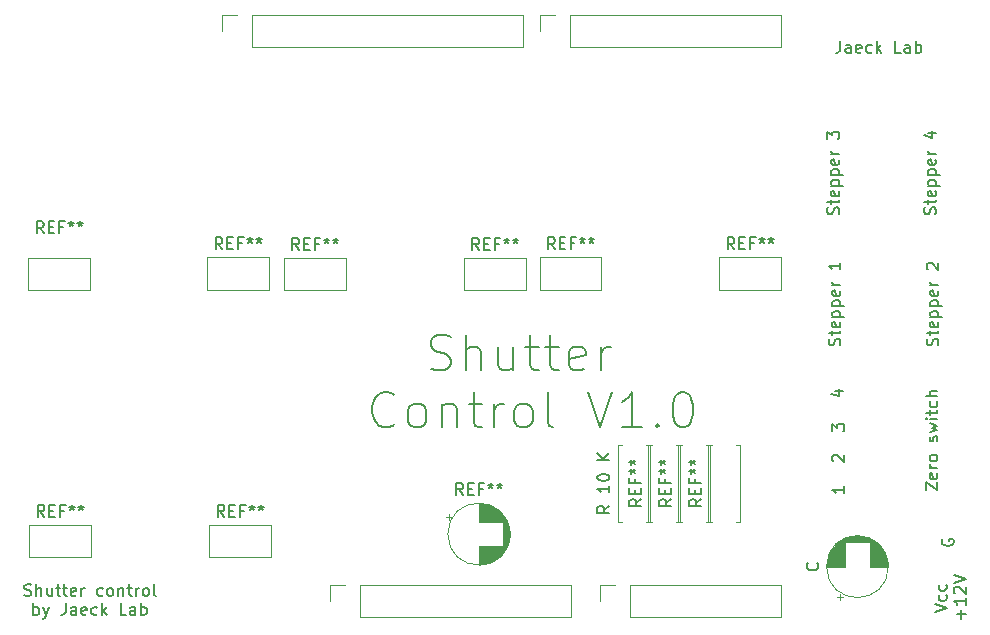
<source format=gbr>
%TF.GenerationSoftware,KiCad,Pcbnew,(6.0.6)*%
%TF.CreationDate,2022-07-08T17:20:42+08:00*%
%TF.ProjectId,Stepper,53746570-7065-4722-9e6b-696361645f70,rev?*%
%TF.SameCoordinates,Original*%
%TF.FileFunction,Legend,Top*%
%TF.FilePolarity,Positive*%
%FSLAX46Y46*%
G04 Gerber Fmt 4.6, Leading zero omitted, Abs format (unit mm)*
G04 Created by KiCad (PCBNEW (6.0.6)) date 2022-07-08 17:20:42*
%MOMM*%
%LPD*%
G01*
G04 APERTURE LIST*
%ADD10C,0.150000*%
%ADD11C,0.120000*%
G04 APERTURE END LIST*
D10*
X100776190Y-96999761D02*
X100919047Y-97047380D01*
X101157142Y-97047380D01*
X101252380Y-96999761D01*
X101300000Y-96952142D01*
X101347619Y-96856904D01*
X101347619Y-96761666D01*
X101300000Y-96666428D01*
X101252380Y-96618809D01*
X101157142Y-96571190D01*
X100966666Y-96523571D01*
X100871428Y-96475952D01*
X100823809Y-96428333D01*
X100776190Y-96333095D01*
X100776190Y-96237857D01*
X100823809Y-96142619D01*
X100871428Y-96095000D01*
X100966666Y-96047380D01*
X101204761Y-96047380D01*
X101347619Y-96095000D01*
X101776190Y-97047380D02*
X101776190Y-96047380D01*
X102204761Y-97047380D02*
X102204761Y-96523571D01*
X102157142Y-96428333D01*
X102061904Y-96380714D01*
X101919047Y-96380714D01*
X101823809Y-96428333D01*
X101776190Y-96475952D01*
X103109523Y-96380714D02*
X103109523Y-97047380D01*
X102680952Y-96380714D02*
X102680952Y-96904523D01*
X102728571Y-96999761D01*
X102823809Y-97047380D01*
X102966666Y-97047380D01*
X103061904Y-96999761D01*
X103109523Y-96952142D01*
X103442857Y-96380714D02*
X103823809Y-96380714D01*
X103585714Y-96047380D02*
X103585714Y-96904523D01*
X103633333Y-96999761D01*
X103728571Y-97047380D01*
X103823809Y-97047380D01*
X104014285Y-96380714D02*
X104395238Y-96380714D01*
X104157142Y-96047380D02*
X104157142Y-96904523D01*
X104204761Y-96999761D01*
X104300000Y-97047380D01*
X104395238Y-97047380D01*
X105109523Y-96999761D02*
X105014285Y-97047380D01*
X104823809Y-97047380D01*
X104728571Y-96999761D01*
X104680952Y-96904523D01*
X104680952Y-96523571D01*
X104728571Y-96428333D01*
X104823809Y-96380714D01*
X105014285Y-96380714D01*
X105109523Y-96428333D01*
X105157142Y-96523571D01*
X105157142Y-96618809D01*
X104680952Y-96714047D01*
X105585714Y-97047380D02*
X105585714Y-96380714D01*
X105585714Y-96571190D02*
X105633333Y-96475952D01*
X105680952Y-96428333D01*
X105776190Y-96380714D01*
X105871428Y-96380714D01*
X107395238Y-96999761D02*
X107300000Y-97047380D01*
X107109523Y-97047380D01*
X107014285Y-96999761D01*
X106966666Y-96952142D01*
X106919047Y-96856904D01*
X106919047Y-96571190D01*
X106966666Y-96475952D01*
X107014285Y-96428333D01*
X107109523Y-96380714D01*
X107300000Y-96380714D01*
X107395238Y-96428333D01*
X107966666Y-97047380D02*
X107871428Y-96999761D01*
X107823809Y-96952142D01*
X107776190Y-96856904D01*
X107776190Y-96571190D01*
X107823809Y-96475952D01*
X107871428Y-96428333D01*
X107966666Y-96380714D01*
X108109523Y-96380714D01*
X108204761Y-96428333D01*
X108252380Y-96475952D01*
X108300000Y-96571190D01*
X108300000Y-96856904D01*
X108252380Y-96952142D01*
X108204761Y-96999761D01*
X108109523Y-97047380D01*
X107966666Y-97047380D01*
X108728571Y-96380714D02*
X108728571Y-97047380D01*
X108728571Y-96475952D02*
X108776190Y-96428333D01*
X108871428Y-96380714D01*
X109014285Y-96380714D01*
X109109523Y-96428333D01*
X109157142Y-96523571D01*
X109157142Y-97047380D01*
X109490476Y-96380714D02*
X109871428Y-96380714D01*
X109633333Y-96047380D02*
X109633333Y-96904523D01*
X109680952Y-96999761D01*
X109776190Y-97047380D01*
X109871428Y-97047380D01*
X110204761Y-97047380D02*
X110204761Y-96380714D01*
X110204761Y-96571190D02*
X110252380Y-96475952D01*
X110300000Y-96428333D01*
X110395238Y-96380714D01*
X110490476Y-96380714D01*
X110966666Y-97047380D02*
X110871428Y-96999761D01*
X110823809Y-96952142D01*
X110776190Y-96856904D01*
X110776190Y-96571190D01*
X110823809Y-96475952D01*
X110871428Y-96428333D01*
X110966666Y-96380714D01*
X111109523Y-96380714D01*
X111204761Y-96428333D01*
X111252380Y-96475952D01*
X111300000Y-96571190D01*
X111300000Y-96856904D01*
X111252380Y-96952142D01*
X111204761Y-96999761D01*
X111109523Y-97047380D01*
X110966666Y-97047380D01*
X111871428Y-97047380D02*
X111776190Y-96999761D01*
X111728571Y-96904523D01*
X111728571Y-96047380D01*
X101538095Y-98657380D02*
X101538095Y-97657380D01*
X101538095Y-98038333D02*
X101633333Y-97990714D01*
X101823809Y-97990714D01*
X101919047Y-98038333D01*
X101966666Y-98085952D01*
X102014285Y-98181190D01*
X102014285Y-98466904D01*
X101966666Y-98562142D01*
X101919047Y-98609761D01*
X101823809Y-98657380D01*
X101633333Y-98657380D01*
X101538095Y-98609761D01*
X102347619Y-97990714D02*
X102585714Y-98657380D01*
X102823809Y-97990714D02*
X102585714Y-98657380D01*
X102490476Y-98895476D01*
X102442857Y-98943095D01*
X102347619Y-98990714D01*
X104252380Y-97657380D02*
X104252380Y-98371666D01*
X104204761Y-98514523D01*
X104109523Y-98609761D01*
X103966666Y-98657380D01*
X103871428Y-98657380D01*
X105157142Y-98657380D02*
X105157142Y-98133571D01*
X105109523Y-98038333D01*
X105014285Y-97990714D01*
X104823809Y-97990714D01*
X104728571Y-98038333D01*
X105157142Y-98609761D02*
X105061904Y-98657380D01*
X104823809Y-98657380D01*
X104728571Y-98609761D01*
X104680952Y-98514523D01*
X104680952Y-98419285D01*
X104728571Y-98324047D01*
X104823809Y-98276428D01*
X105061904Y-98276428D01*
X105157142Y-98228809D01*
X106014285Y-98609761D02*
X105919047Y-98657380D01*
X105728571Y-98657380D01*
X105633333Y-98609761D01*
X105585714Y-98514523D01*
X105585714Y-98133571D01*
X105633333Y-98038333D01*
X105728571Y-97990714D01*
X105919047Y-97990714D01*
X106014285Y-98038333D01*
X106061904Y-98133571D01*
X106061904Y-98228809D01*
X105585714Y-98324047D01*
X106919047Y-98609761D02*
X106823809Y-98657380D01*
X106633333Y-98657380D01*
X106538095Y-98609761D01*
X106490476Y-98562142D01*
X106442857Y-98466904D01*
X106442857Y-98181190D01*
X106490476Y-98085952D01*
X106538095Y-98038333D01*
X106633333Y-97990714D01*
X106823809Y-97990714D01*
X106919047Y-98038333D01*
X107347619Y-98657380D02*
X107347619Y-97657380D01*
X107442857Y-98276428D02*
X107728571Y-98657380D01*
X107728571Y-97990714D02*
X107347619Y-98371666D01*
X109395238Y-98657380D02*
X108919047Y-98657380D01*
X108919047Y-97657380D01*
X110157142Y-98657380D02*
X110157142Y-98133571D01*
X110109523Y-98038333D01*
X110014285Y-97990714D01*
X109823809Y-97990714D01*
X109728571Y-98038333D01*
X110157142Y-98609761D02*
X110061904Y-98657380D01*
X109823809Y-98657380D01*
X109728571Y-98609761D01*
X109680952Y-98514523D01*
X109680952Y-98419285D01*
X109728571Y-98324047D01*
X109823809Y-98276428D01*
X110061904Y-98276428D01*
X110157142Y-98228809D01*
X110633333Y-98657380D02*
X110633333Y-97657380D01*
X110633333Y-98038333D02*
X110728571Y-97990714D01*
X110919047Y-97990714D01*
X111014285Y-98038333D01*
X111061904Y-98085952D01*
X111109523Y-98181190D01*
X111109523Y-98466904D01*
X111061904Y-98562142D01*
X111014285Y-98609761D01*
X110919047Y-98657380D01*
X110728571Y-98657380D01*
X110633333Y-98609761D01*
X135157142Y-77799285D02*
X135585714Y-77942142D01*
X136300000Y-77942142D01*
X136585714Y-77799285D01*
X136728571Y-77656428D01*
X136871428Y-77370714D01*
X136871428Y-77085000D01*
X136728571Y-76799285D01*
X136585714Y-76656428D01*
X136300000Y-76513571D01*
X135728571Y-76370714D01*
X135442857Y-76227857D01*
X135300000Y-76085000D01*
X135157142Y-75799285D01*
X135157142Y-75513571D01*
X135300000Y-75227857D01*
X135442857Y-75085000D01*
X135728571Y-74942142D01*
X136442857Y-74942142D01*
X136871428Y-75085000D01*
X138157142Y-77942142D02*
X138157142Y-74942142D01*
X139442857Y-77942142D02*
X139442857Y-76370714D01*
X139300000Y-76085000D01*
X139014285Y-75942142D01*
X138585714Y-75942142D01*
X138300000Y-76085000D01*
X138157142Y-76227857D01*
X142157142Y-75942142D02*
X142157142Y-77942142D01*
X140871428Y-75942142D02*
X140871428Y-77513571D01*
X141014285Y-77799285D01*
X141300000Y-77942142D01*
X141728571Y-77942142D01*
X142014285Y-77799285D01*
X142157142Y-77656428D01*
X143157142Y-75942142D02*
X144300000Y-75942142D01*
X143585714Y-74942142D02*
X143585714Y-77513571D01*
X143728571Y-77799285D01*
X144014285Y-77942142D01*
X144300000Y-77942142D01*
X144871428Y-75942142D02*
X146014285Y-75942142D01*
X145300000Y-74942142D02*
X145300000Y-77513571D01*
X145442857Y-77799285D01*
X145728571Y-77942142D01*
X146014285Y-77942142D01*
X148157142Y-77799285D02*
X147871428Y-77942142D01*
X147300000Y-77942142D01*
X147014285Y-77799285D01*
X146871428Y-77513571D01*
X146871428Y-76370714D01*
X147014285Y-76085000D01*
X147300000Y-75942142D01*
X147871428Y-75942142D01*
X148157142Y-76085000D01*
X148300000Y-76370714D01*
X148300000Y-76656428D01*
X146871428Y-76942142D01*
X149585714Y-77942142D02*
X149585714Y-75942142D01*
X149585714Y-76513571D02*
X149728571Y-76227857D01*
X149871428Y-76085000D01*
X150157142Y-75942142D01*
X150442857Y-75942142D01*
X132085714Y-82486428D02*
X131942857Y-82629285D01*
X131514285Y-82772142D01*
X131228571Y-82772142D01*
X130800000Y-82629285D01*
X130514285Y-82343571D01*
X130371428Y-82057857D01*
X130228571Y-81486428D01*
X130228571Y-81057857D01*
X130371428Y-80486428D01*
X130514285Y-80200714D01*
X130800000Y-79915000D01*
X131228571Y-79772142D01*
X131514285Y-79772142D01*
X131942857Y-79915000D01*
X132085714Y-80057857D01*
X133800000Y-82772142D02*
X133514285Y-82629285D01*
X133371428Y-82486428D01*
X133228571Y-82200714D01*
X133228571Y-81343571D01*
X133371428Y-81057857D01*
X133514285Y-80915000D01*
X133800000Y-80772142D01*
X134228571Y-80772142D01*
X134514285Y-80915000D01*
X134657142Y-81057857D01*
X134800000Y-81343571D01*
X134800000Y-82200714D01*
X134657142Y-82486428D01*
X134514285Y-82629285D01*
X134228571Y-82772142D01*
X133800000Y-82772142D01*
X136085714Y-80772142D02*
X136085714Y-82772142D01*
X136085714Y-81057857D02*
X136228571Y-80915000D01*
X136514285Y-80772142D01*
X136942857Y-80772142D01*
X137228571Y-80915000D01*
X137371428Y-81200714D01*
X137371428Y-82772142D01*
X138371428Y-80772142D02*
X139514285Y-80772142D01*
X138800000Y-79772142D02*
X138800000Y-82343571D01*
X138942857Y-82629285D01*
X139228571Y-82772142D01*
X139514285Y-82772142D01*
X140514285Y-82772142D02*
X140514285Y-80772142D01*
X140514285Y-81343571D02*
X140657142Y-81057857D01*
X140800000Y-80915000D01*
X141085714Y-80772142D01*
X141371428Y-80772142D01*
X142800000Y-82772142D02*
X142514285Y-82629285D01*
X142371428Y-82486428D01*
X142228571Y-82200714D01*
X142228571Y-81343571D01*
X142371428Y-81057857D01*
X142514285Y-80915000D01*
X142800000Y-80772142D01*
X143228571Y-80772142D01*
X143514285Y-80915000D01*
X143657142Y-81057857D01*
X143800000Y-81343571D01*
X143800000Y-82200714D01*
X143657142Y-82486428D01*
X143514285Y-82629285D01*
X143228571Y-82772142D01*
X142800000Y-82772142D01*
X145514285Y-82772142D02*
X145228571Y-82629285D01*
X145085714Y-82343571D01*
X145085714Y-79772142D01*
X148514285Y-79772142D02*
X149514285Y-82772142D01*
X150514285Y-79772142D01*
X153085714Y-82772142D02*
X151371428Y-82772142D01*
X152228571Y-82772142D02*
X152228571Y-79772142D01*
X151942857Y-80200714D01*
X151657142Y-80486428D01*
X151371428Y-80629285D01*
X154371428Y-82486428D02*
X154514285Y-82629285D01*
X154371428Y-82772142D01*
X154228571Y-82629285D01*
X154371428Y-82486428D01*
X154371428Y-82772142D01*
X156371428Y-79772142D02*
X156657142Y-79772142D01*
X156942857Y-79915000D01*
X157085714Y-80057857D01*
X157228571Y-80343571D01*
X157371428Y-80915000D01*
X157371428Y-81629285D01*
X157228571Y-82200714D01*
X157085714Y-82486428D01*
X156942857Y-82629285D01*
X156657142Y-82772142D01*
X156371428Y-82772142D01*
X156085714Y-82629285D01*
X155942857Y-82486428D01*
X155800000Y-82200714D01*
X155657142Y-81629285D01*
X155657142Y-80915000D01*
X155800000Y-80343571D01*
X155942857Y-80057857D01*
X156085714Y-79915000D01*
X156371428Y-79772142D01*
X177072380Y-88098095D02*
X177072380Y-87431428D01*
X178072380Y-88098095D01*
X178072380Y-87431428D01*
X178024761Y-86669523D02*
X178072380Y-86764761D01*
X178072380Y-86955238D01*
X178024761Y-87050476D01*
X177929523Y-87098095D01*
X177548571Y-87098095D01*
X177453333Y-87050476D01*
X177405714Y-86955238D01*
X177405714Y-86764761D01*
X177453333Y-86669523D01*
X177548571Y-86621904D01*
X177643809Y-86621904D01*
X177739047Y-87098095D01*
X178072380Y-86193333D02*
X177405714Y-86193333D01*
X177596190Y-86193333D02*
X177500952Y-86145714D01*
X177453333Y-86098095D01*
X177405714Y-86002857D01*
X177405714Y-85907619D01*
X178072380Y-85431428D02*
X178024761Y-85526666D01*
X177977142Y-85574285D01*
X177881904Y-85621904D01*
X177596190Y-85621904D01*
X177500952Y-85574285D01*
X177453333Y-85526666D01*
X177405714Y-85431428D01*
X177405714Y-85288571D01*
X177453333Y-85193333D01*
X177500952Y-85145714D01*
X177596190Y-85098095D01*
X177881904Y-85098095D01*
X177977142Y-85145714D01*
X178024761Y-85193333D01*
X178072380Y-85288571D01*
X178072380Y-85431428D01*
X178024761Y-83955238D02*
X178072380Y-83860000D01*
X178072380Y-83669523D01*
X178024761Y-83574285D01*
X177929523Y-83526666D01*
X177881904Y-83526666D01*
X177786666Y-83574285D01*
X177739047Y-83669523D01*
X177739047Y-83812380D01*
X177691428Y-83907619D01*
X177596190Y-83955238D01*
X177548571Y-83955238D01*
X177453333Y-83907619D01*
X177405714Y-83812380D01*
X177405714Y-83669523D01*
X177453333Y-83574285D01*
X177405714Y-83193333D02*
X178072380Y-83002857D01*
X177596190Y-82812380D01*
X178072380Y-82621904D01*
X177405714Y-82431428D01*
X178072380Y-82050476D02*
X177405714Y-82050476D01*
X177072380Y-82050476D02*
X177120000Y-82098095D01*
X177167619Y-82050476D01*
X177120000Y-82002857D01*
X177072380Y-82050476D01*
X177167619Y-82050476D01*
X177405714Y-81717142D02*
X177405714Y-81336190D01*
X177072380Y-81574285D02*
X177929523Y-81574285D01*
X178024761Y-81526666D01*
X178072380Y-81431428D01*
X178072380Y-81336190D01*
X178024761Y-80574285D02*
X178072380Y-80669523D01*
X178072380Y-80860000D01*
X178024761Y-80955238D01*
X177977142Y-81002857D01*
X177881904Y-81050476D01*
X177596190Y-81050476D01*
X177500952Y-81002857D01*
X177453333Y-80955238D01*
X177405714Y-80860000D01*
X177405714Y-80669523D01*
X177453333Y-80574285D01*
X178072380Y-80145714D02*
X177072380Y-80145714D01*
X178072380Y-79717142D02*
X177548571Y-79717142D01*
X177453333Y-79764761D01*
X177405714Y-79860000D01*
X177405714Y-80002857D01*
X177453333Y-80098095D01*
X177500952Y-80145714D01*
X170172380Y-87774285D02*
X170172380Y-88345714D01*
X170172380Y-88060000D02*
X169172380Y-88060000D01*
X169315238Y-88155238D01*
X169410476Y-88250476D01*
X169458095Y-88345714D01*
X169838095Y-50052380D02*
X169838095Y-50766666D01*
X169790476Y-50909523D01*
X169695238Y-51004761D01*
X169552380Y-51052380D01*
X169457142Y-51052380D01*
X170742857Y-51052380D02*
X170742857Y-50528571D01*
X170695238Y-50433333D01*
X170600000Y-50385714D01*
X170409523Y-50385714D01*
X170314285Y-50433333D01*
X170742857Y-51004761D02*
X170647619Y-51052380D01*
X170409523Y-51052380D01*
X170314285Y-51004761D01*
X170266666Y-50909523D01*
X170266666Y-50814285D01*
X170314285Y-50719047D01*
X170409523Y-50671428D01*
X170647619Y-50671428D01*
X170742857Y-50623809D01*
X171600000Y-51004761D02*
X171504761Y-51052380D01*
X171314285Y-51052380D01*
X171219047Y-51004761D01*
X171171428Y-50909523D01*
X171171428Y-50528571D01*
X171219047Y-50433333D01*
X171314285Y-50385714D01*
X171504761Y-50385714D01*
X171600000Y-50433333D01*
X171647619Y-50528571D01*
X171647619Y-50623809D01*
X171171428Y-50719047D01*
X172504761Y-51004761D02*
X172409523Y-51052380D01*
X172219047Y-51052380D01*
X172123809Y-51004761D01*
X172076190Y-50957142D01*
X172028571Y-50861904D01*
X172028571Y-50576190D01*
X172076190Y-50480952D01*
X172123809Y-50433333D01*
X172219047Y-50385714D01*
X172409523Y-50385714D01*
X172504761Y-50433333D01*
X172933333Y-51052380D02*
X172933333Y-50052380D01*
X173028571Y-50671428D02*
X173314285Y-51052380D01*
X173314285Y-50385714D02*
X172933333Y-50766666D01*
X174980952Y-51052380D02*
X174504761Y-51052380D01*
X174504761Y-50052380D01*
X175742857Y-51052380D02*
X175742857Y-50528571D01*
X175695238Y-50433333D01*
X175600000Y-50385714D01*
X175409523Y-50385714D01*
X175314285Y-50433333D01*
X175742857Y-51004761D02*
X175647619Y-51052380D01*
X175409523Y-51052380D01*
X175314285Y-51004761D01*
X175266666Y-50909523D01*
X175266666Y-50814285D01*
X175314285Y-50719047D01*
X175409523Y-50671428D01*
X175647619Y-50671428D01*
X175742857Y-50623809D01*
X176219047Y-51052380D02*
X176219047Y-50052380D01*
X176219047Y-50433333D02*
X176314285Y-50385714D01*
X176504761Y-50385714D01*
X176600000Y-50433333D01*
X176647619Y-50480952D01*
X176695238Y-50576190D01*
X176695238Y-50861904D01*
X176647619Y-50957142D01*
X176600000Y-51004761D01*
X176504761Y-51052380D01*
X176314285Y-51052380D01*
X176219047Y-51004761D01*
X169405714Y-79669523D02*
X170072380Y-79669523D01*
X169024761Y-79907619D02*
X169739047Y-80145714D01*
X169739047Y-79526666D01*
X177847380Y-98390476D02*
X178847380Y-98057142D01*
X177847380Y-97723809D01*
X178799761Y-96961904D02*
X178847380Y-97057142D01*
X178847380Y-97247619D01*
X178799761Y-97342857D01*
X178752142Y-97390476D01*
X178656904Y-97438095D01*
X178371190Y-97438095D01*
X178275952Y-97390476D01*
X178228333Y-97342857D01*
X178180714Y-97247619D01*
X178180714Y-97057142D01*
X178228333Y-96961904D01*
X178799761Y-96104761D02*
X178847380Y-96200000D01*
X178847380Y-96390476D01*
X178799761Y-96485714D01*
X178752142Y-96533333D01*
X178656904Y-96580952D01*
X178371190Y-96580952D01*
X178275952Y-96533333D01*
X178228333Y-96485714D01*
X178180714Y-96390476D01*
X178180714Y-96200000D01*
X178228333Y-96104761D01*
X180076428Y-98961904D02*
X180076428Y-98200000D01*
X180457380Y-98580952D02*
X179695476Y-98580952D01*
X180457380Y-97200000D02*
X180457380Y-97771428D01*
X180457380Y-97485714D02*
X179457380Y-97485714D01*
X179600238Y-97580952D01*
X179695476Y-97676190D01*
X179743095Y-97771428D01*
X179552619Y-96819047D02*
X179505000Y-96771428D01*
X179457380Y-96676190D01*
X179457380Y-96438095D01*
X179505000Y-96342857D01*
X179552619Y-96295238D01*
X179647857Y-96247619D01*
X179743095Y-96247619D01*
X179885952Y-96295238D01*
X180457380Y-96866666D01*
X180457380Y-96247619D01*
X179457380Y-95961904D02*
X180457380Y-95628571D01*
X179457380Y-95295238D01*
X169704761Y-64720000D02*
X169752380Y-64577142D01*
X169752380Y-64339047D01*
X169704761Y-64243809D01*
X169657142Y-64196190D01*
X169561904Y-64148571D01*
X169466666Y-64148571D01*
X169371428Y-64196190D01*
X169323809Y-64243809D01*
X169276190Y-64339047D01*
X169228571Y-64529523D01*
X169180952Y-64624761D01*
X169133333Y-64672380D01*
X169038095Y-64720000D01*
X168942857Y-64720000D01*
X168847619Y-64672380D01*
X168800000Y-64624761D01*
X168752380Y-64529523D01*
X168752380Y-64291428D01*
X168800000Y-64148571D01*
X169085714Y-63862857D02*
X169085714Y-63481904D01*
X168752380Y-63720000D02*
X169609523Y-63720000D01*
X169704761Y-63672380D01*
X169752380Y-63577142D01*
X169752380Y-63481904D01*
X169704761Y-62767619D02*
X169752380Y-62862857D01*
X169752380Y-63053333D01*
X169704761Y-63148571D01*
X169609523Y-63196190D01*
X169228571Y-63196190D01*
X169133333Y-63148571D01*
X169085714Y-63053333D01*
X169085714Y-62862857D01*
X169133333Y-62767619D01*
X169228571Y-62720000D01*
X169323809Y-62720000D01*
X169419047Y-63196190D01*
X169085714Y-62291428D02*
X170085714Y-62291428D01*
X169133333Y-62291428D02*
X169085714Y-62196190D01*
X169085714Y-62005714D01*
X169133333Y-61910476D01*
X169180952Y-61862857D01*
X169276190Y-61815238D01*
X169561904Y-61815238D01*
X169657142Y-61862857D01*
X169704761Y-61910476D01*
X169752380Y-62005714D01*
X169752380Y-62196190D01*
X169704761Y-62291428D01*
X169085714Y-61386666D02*
X170085714Y-61386666D01*
X169133333Y-61386666D02*
X169085714Y-61291428D01*
X169085714Y-61100952D01*
X169133333Y-61005714D01*
X169180952Y-60958095D01*
X169276190Y-60910476D01*
X169561904Y-60910476D01*
X169657142Y-60958095D01*
X169704761Y-61005714D01*
X169752380Y-61100952D01*
X169752380Y-61291428D01*
X169704761Y-61386666D01*
X169704761Y-60100952D02*
X169752380Y-60196190D01*
X169752380Y-60386666D01*
X169704761Y-60481904D01*
X169609523Y-60529523D01*
X169228571Y-60529523D01*
X169133333Y-60481904D01*
X169085714Y-60386666D01*
X169085714Y-60196190D01*
X169133333Y-60100952D01*
X169228571Y-60053333D01*
X169323809Y-60053333D01*
X169419047Y-60529523D01*
X169752380Y-59624761D02*
X169085714Y-59624761D01*
X169276190Y-59624761D02*
X169180952Y-59577142D01*
X169133333Y-59529523D01*
X169085714Y-59434285D01*
X169085714Y-59339047D01*
X168752380Y-58339047D02*
X168752380Y-57720000D01*
X169133333Y-58053333D01*
X169133333Y-57910476D01*
X169180952Y-57815238D01*
X169228571Y-57767619D01*
X169323809Y-57720000D01*
X169561904Y-57720000D01*
X169657142Y-57767619D01*
X169704761Y-57815238D01*
X169752380Y-57910476D01*
X169752380Y-58196190D01*
X169704761Y-58291428D01*
X169657142Y-58339047D01*
X178104761Y-75820000D02*
X178152380Y-75677142D01*
X178152380Y-75439047D01*
X178104761Y-75343809D01*
X178057142Y-75296190D01*
X177961904Y-75248571D01*
X177866666Y-75248571D01*
X177771428Y-75296190D01*
X177723809Y-75343809D01*
X177676190Y-75439047D01*
X177628571Y-75629523D01*
X177580952Y-75724761D01*
X177533333Y-75772380D01*
X177438095Y-75820000D01*
X177342857Y-75820000D01*
X177247619Y-75772380D01*
X177200000Y-75724761D01*
X177152380Y-75629523D01*
X177152380Y-75391428D01*
X177200000Y-75248571D01*
X177485714Y-74962857D02*
X177485714Y-74581904D01*
X177152380Y-74820000D02*
X178009523Y-74820000D01*
X178104761Y-74772380D01*
X178152380Y-74677142D01*
X178152380Y-74581904D01*
X178104761Y-73867619D02*
X178152380Y-73962857D01*
X178152380Y-74153333D01*
X178104761Y-74248571D01*
X178009523Y-74296190D01*
X177628571Y-74296190D01*
X177533333Y-74248571D01*
X177485714Y-74153333D01*
X177485714Y-73962857D01*
X177533333Y-73867619D01*
X177628571Y-73820000D01*
X177723809Y-73820000D01*
X177819047Y-74296190D01*
X177485714Y-73391428D02*
X178485714Y-73391428D01*
X177533333Y-73391428D02*
X177485714Y-73296190D01*
X177485714Y-73105714D01*
X177533333Y-73010476D01*
X177580952Y-72962857D01*
X177676190Y-72915238D01*
X177961904Y-72915238D01*
X178057142Y-72962857D01*
X178104761Y-73010476D01*
X178152380Y-73105714D01*
X178152380Y-73296190D01*
X178104761Y-73391428D01*
X177485714Y-72486666D02*
X178485714Y-72486666D01*
X177533333Y-72486666D02*
X177485714Y-72391428D01*
X177485714Y-72200952D01*
X177533333Y-72105714D01*
X177580952Y-72058095D01*
X177676190Y-72010476D01*
X177961904Y-72010476D01*
X178057142Y-72058095D01*
X178104761Y-72105714D01*
X178152380Y-72200952D01*
X178152380Y-72391428D01*
X178104761Y-72486666D01*
X178104761Y-71200952D02*
X178152380Y-71296190D01*
X178152380Y-71486666D01*
X178104761Y-71581904D01*
X178009523Y-71629523D01*
X177628571Y-71629523D01*
X177533333Y-71581904D01*
X177485714Y-71486666D01*
X177485714Y-71296190D01*
X177533333Y-71200952D01*
X177628571Y-71153333D01*
X177723809Y-71153333D01*
X177819047Y-71629523D01*
X178152380Y-70724761D02*
X177485714Y-70724761D01*
X177676190Y-70724761D02*
X177580952Y-70677142D01*
X177533333Y-70629523D01*
X177485714Y-70534285D01*
X177485714Y-70439047D01*
X177247619Y-69391428D02*
X177200000Y-69343809D01*
X177152380Y-69248571D01*
X177152380Y-69010476D01*
X177200000Y-68915238D01*
X177247619Y-68867619D01*
X177342857Y-68820000D01*
X177438095Y-68820000D01*
X177580952Y-68867619D01*
X178152380Y-69439047D01*
X178152380Y-68820000D01*
X169267619Y-85645714D02*
X169220000Y-85598095D01*
X169172380Y-85502857D01*
X169172380Y-85264761D01*
X169220000Y-85169523D01*
X169267619Y-85121904D01*
X169362857Y-85074285D01*
X169458095Y-85074285D01*
X169600952Y-85121904D01*
X170172380Y-85693333D01*
X170172380Y-85074285D01*
X177904761Y-64720000D02*
X177952380Y-64577142D01*
X177952380Y-64339047D01*
X177904761Y-64243809D01*
X177857142Y-64196190D01*
X177761904Y-64148571D01*
X177666666Y-64148571D01*
X177571428Y-64196190D01*
X177523809Y-64243809D01*
X177476190Y-64339047D01*
X177428571Y-64529523D01*
X177380952Y-64624761D01*
X177333333Y-64672380D01*
X177238095Y-64720000D01*
X177142857Y-64720000D01*
X177047619Y-64672380D01*
X177000000Y-64624761D01*
X176952380Y-64529523D01*
X176952380Y-64291428D01*
X177000000Y-64148571D01*
X177285714Y-63862857D02*
X177285714Y-63481904D01*
X176952380Y-63720000D02*
X177809523Y-63720000D01*
X177904761Y-63672380D01*
X177952380Y-63577142D01*
X177952380Y-63481904D01*
X177904761Y-62767619D02*
X177952380Y-62862857D01*
X177952380Y-63053333D01*
X177904761Y-63148571D01*
X177809523Y-63196190D01*
X177428571Y-63196190D01*
X177333333Y-63148571D01*
X177285714Y-63053333D01*
X177285714Y-62862857D01*
X177333333Y-62767619D01*
X177428571Y-62720000D01*
X177523809Y-62720000D01*
X177619047Y-63196190D01*
X177285714Y-62291428D02*
X178285714Y-62291428D01*
X177333333Y-62291428D02*
X177285714Y-62196190D01*
X177285714Y-62005714D01*
X177333333Y-61910476D01*
X177380952Y-61862857D01*
X177476190Y-61815238D01*
X177761904Y-61815238D01*
X177857142Y-61862857D01*
X177904761Y-61910476D01*
X177952380Y-62005714D01*
X177952380Y-62196190D01*
X177904761Y-62291428D01*
X177285714Y-61386666D02*
X178285714Y-61386666D01*
X177333333Y-61386666D02*
X177285714Y-61291428D01*
X177285714Y-61100952D01*
X177333333Y-61005714D01*
X177380952Y-60958095D01*
X177476190Y-60910476D01*
X177761904Y-60910476D01*
X177857142Y-60958095D01*
X177904761Y-61005714D01*
X177952380Y-61100952D01*
X177952380Y-61291428D01*
X177904761Y-61386666D01*
X177904761Y-60100952D02*
X177952380Y-60196190D01*
X177952380Y-60386666D01*
X177904761Y-60481904D01*
X177809523Y-60529523D01*
X177428571Y-60529523D01*
X177333333Y-60481904D01*
X177285714Y-60386666D01*
X177285714Y-60196190D01*
X177333333Y-60100952D01*
X177428571Y-60053333D01*
X177523809Y-60053333D01*
X177619047Y-60529523D01*
X177952380Y-59624761D02*
X177285714Y-59624761D01*
X177476190Y-59624761D02*
X177380952Y-59577142D01*
X177333333Y-59529523D01*
X177285714Y-59434285D01*
X177285714Y-59339047D01*
X177285714Y-57815238D02*
X177952380Y-57815238D01*
X176904761Y-58053333D02*
X177619047Y-58291428D01*
X177619047Y-57672380D01*
X169172380Y-83093333D02*
X169172380Y-82474285D01*
X169553333Y-82807619D01*
X169553333Y-82664761D01*
X169600952Y-82569523D01*
X169648571Y-82521904D01*
X169743809Y-82474285D01*
X169981904Y-82474285D01*
X170077142Y-82521904D01*
X170124761Y-82569523D01*
X170172380Y-82664761D01*
X170172380Y-82950476D01*
X170124761Y-83045714D01*
X170077142Y-83093333D01*
X169804761Y-75820000D02*
X169852380Y-75677142D01*
X169852380Y-75439047D01*
X169804761Y-75343809D01*
X169757142Y-75296190D01*
X169661904Y-75248571D01*
X169566666Y-75248571D01*
X169471428Y-75296190D01*
X169423809Y-75343809D01*
X169376190Y-75439047D01*
X169328571Y-75629523D01*
X169280952Y-75724761D01*
X169233333Y-75772380D01*
X169138095Y-75820000D01*
X169042857Y-75820000D01*
X168947619Y-75772380D01*
X168900000Y-75724761D01*
X168852380Y-75629523D01*
X168852380Y-75391428D01*
X168900000Y-75248571D01*
X169185714Y-74962857D02*
X169185714Y-74581904D01*
X168852380Y-74820000D02*
X169709523Y-74820000D01*
X169804761Y-74772380D01*
X169852380Y-74677142D01*
X169852380Y-74581904D01*
X169804761Y-73867619D02*
X169852380Y-73962857D01*
X169852380Y-74153333D01*
X169804761Y-74248571D01*
X169709523Y-74296190D01*
X169328571Y-74296190D01*
X169233333Y-74248571D01*
X169185714Y-74153333D01*
X169185714Y-73962857D01*
X169233333Y-73867619D01*
X169328571Y-73820000D01*
X169423809Y-73820000D01*
X169519047Y-74296190D01*
X169185714Y-73391428D02*
X170185714Y-73391428D01*
X169233333Y-73391428D02*
X169185714Y-73296190D01*
X169185714Y-73105714D01*
X169233333Y-73010476D01*
X169280952Y-72962857D01*
X169376190Y-72915238D01*
X169661904Y-72915238D01*
X169757142Y-72962857D01*
X169804761Y-73010476D01*
X169852380Y-73105714D01*
X169852380Y-73296190D01*
X169804761Y-73391428D01*
X169185714Y-72486666D02*
X170185714Y-72486666D01*
X169233333Y-72486666D02*
X169185714Y-72391428D01*
X169185714Y-72200952D01*
X169233333Y-72105714D01*
X169280952Y-72058095D01*
X169376190Y-72010476D01*
X169661904Y-72010476D01*
X169757142Y-72058095D01*
X169804761Y-72105714D01*
X169852380Y-72200952D01*
X169852380Y-72391428D01*
X169804761Y-72486666D01*
X169804761Y-71200952D02*
X169852380Y-71296190D01*
X169852380Y-71486666D01*
X169804761Y-71581904D01*
X169709523Y-71629523D01*
X169328571Y-71629523D01*
X169233333Y-71581904D01*
X169185714Y-71486666D01*
X169185714Y-71296190D01*
X169233333Y-71200952D01*
X169328571Y-71153333D01*
X169423809Y-71153333D01*
X169519047Y-71629523D01*
X169852380Y-70724761D02*
X169185714Y-70724761D01*
X169376190Y-70724761D02*
X169280952Y-70677142D01*
X169233333Y-70629523D01*
X169185714Y-70534285D01*
X169185714Y-70439047D01*
X169852380Y-68820000D02*
X169852380Y-69391428D01*
X169852380Y-69105714D02*
X168852380Y-69105714D01*
X168995238Y-69200952D01*
X169090476Y-69296190D01*
X169138095Y-69391428D01*
X178500000Y-92238095D02*
X178452380Y-92333333D01*
X178452380Y-92476190D01*
X178500000Y-92619047D01*
X178595238Y-92714285D01*
X178690476Y-92761904D01*
X178880952Y-92809523D01*
X179023809Y-92809523D01*
X179214285Y-92761904D01*
X179309523Y-92714285D01*
X179404761Y-92619047D01*
X179452380Y-92476190D01*
X179452380Y-92380952D01*
X179404761Y-92238095D01*
X179357142Y-92190476D01*
X179023809Y-92190476D01*
X179023809Y-92380952D01*
%TO.C,*%
%TO.C,REF\u002A\u002A*%
X139266666Y-67752380D02*
X138933333Y-67276190D01*
X138695238Y-67752380D02*
X138695238Y-66752380D01*
X139076190Y-66752380D01*
X139171428Y-66800000D01*
X139219047Y-66847619D01*
X139266666Y-66942857D01*
X139266666Y-67085714D01*
X139219047Y-67180952D01*
X139171428Y-67228571D01*
X139076190Y-67276190D01*
X138695238Y-67276190D01*
X139695238Y-67228571D02*
X140028571Y-67228571D01*
X140171428Y-67752380D02*
X139695238Y-67752380D01*
X139695238Y-66752380D01*
X140171428Y-66752380D01*
X140933333Y-67228571D02*
X140600000Y-67228571D01*
X140600000Y-67752380D02*
X140600000Y-66752380D01*
X141076190Y-66752380D01*
X141600000Y-66752380D02*
X141600000Y-66990476D01*
X141361904Y-66895238D02*
X141600000Y-66990476D01*
X141838095Y-66895238D01*
X141457142Y-67180952D02*
X141600000Y-66990476D01*
X141742857Y-67180952D01*
X142361904Y-66752380D02*
X142361904Y-66990476D01*
X142123809Y-66895238D02*
X142361904Y-66990476D01*
X142600000Y-66895238D01*
X142219047Y-67180952D02*
X142361904Y-66990476D01*
X142504761Y-67180952D01*
%TO.C,*%
%TO.C,REF\u002A\u002A*%
X160876666Y-67692380D02*
X160543333Y-67216190D01*
X160305238Y-67692380D02*
X160305238Y-66692380D01*
X160686190Y-66692380D01*
X160781428Y-66740000D01*
X160829047Y-66787619D01*
X160876666Y-66882857D01*
X160876666Y-67025714D01*
X160829047Y-67120952D01*
X160781428Y-67168571D01*
X160686190Y-67216190D01*
X160305238Y-67216190D01*
X161305238Y-67168571D02*
X161638571Y-67168571D01*
X161781428Y-67692380D02*
X161305238Y-67692380D01*
X161305238Y-66692380D01*
X161781428Y-66692380D01*
X162543333Y-67168571D02*
X162210000Y-67168571D01*
X162210000Y-67692380D02*
X162210000Y-66692380D01*
X162686190Y-66692380D01*
X163210000Y-66692380D02*
X163210000Y-66930476D01*
X162971904Y-66835238D02*
X163210000Y-66930476D01*
X163448095Y-66835238D01*
X163067142Y-67120952D02*
X163210000Y-66930476D01*
X163352857Y-67120952D01*
X163971904Y-66692380D02*
X163971904Y-66930476D01*
X163733809Y-66835238D02*
X163971904Y-66930476D01*
X164210000Y-66835238D01*
X163829047Y-67120952D02*
X163971904Y-66930476D01*
X164114761Y-67120952D01*
X158082380Y-88833333D02*
X157606190Y-89166666D01*
X158082380Y-89404761D02*
X157082380Y-89404761D01*
X157082380Y-89023809D01*
X157130000Y-88928571D01*
X157177619Y-88880952D01*
X157272857Y-88833333D01*
X157415714Y-88833333D01*
X157510952Y-88880952D01*
X157558571Y-88928571D01*
X157606190Y-89023809D01*
X157606190Y-89404761D01*
X157558571Y-88404761D02*
X157558571Y-88071428D01*
X158082380Y-87928571D02*
X158082380Y-88404761D01*
X157082380Y-88404761D01*
X157082380Y-87928571D01*
X157558571Y-87166666D02*
X157558571Y-87500000D01*
X158082380Y-87500000D02*
X157082380Y-87500000D01*
X157082380Y-87023809D01*
X157082380Y-86500000D02*
X157320476Y-86500000D01*
X157225238Y-86738095D02*
X157320476Y-86500000D01*
X157225238Y-86261904D01*
X157510952Y-86642857D02*
X157320476Y-86500000D01*
X157510952Y-86357142D01*
X157082380Y-85738095D02*
X157320476Y-85738095D01*
X157225238Y-85976190D02*
X157320476Y-85738095D01*
X157225238Y-85500000D01*
X157510952Y-85880952D02*
X157320476Y-85738095D01*
X157510952Y-85595238D01*
%TO.C,*%
%TO.C,R 10 K*%
X150292380Y-89404761D02*
X149816190Y-89738095D01*
X150292380Y-89976190D02*
X149292380Y-89976190D01*
X149292380Y-89595238D01*
X149340000Y-89500000D01*
X149387619Y-89452380D01*
X149482857Y-89404761D01*
X149625714Y-89404761D01*
X149720952Y-89452380D01*
X149768571Y-89500000D01*
X149816190Y-89595238D01*
X149816190Y-89976190D01*
X150292380Y-87690476D02*
X150292380Y-88261904D01*
X150292380Y-87976190D02*
X149292380Y-87976190D01*
X149435238Y-88071428D01*
X149530476Y-88166666D01*
X149578095Y-88261904D01*
X149292380Y-87071428D02*
X149292380Y-86976190D01*
X149340000Y-86880952D01*
X149387619Y-86833333D01*
X149482857Y-86785714D01*
X149673333Y-86738095D01*
X149911428Y-86738095D01*
X150101904Y-86785714D01*
X150197142Y-86833333D01*
X150244761Y-86880952D01*
X150292380Y-86976190D01*
X150292380Y-87071428D01*
X150244761Y-87166666D01*
X150197142Y-87214285D01*
X150101904Y-87261904D01*
X149911428Y-87309523D01*
X149673333Y-87309523D01*
X149482857Y-87261904D01*
X149387619Y-87214285D01*
X149340000Y-87166666D01*
X149292380Y-87071428D01*
X150292380Y-85547619D02*
X149292380Y-85547619D01*
X150292380Y-84976190D02*
X149720952Y-85404761D01*
X149292380Y-84976190D02*
X149863809Y-85547619D01*
%TO.C,*%
%TO.C,REF\u002A\u002A*%
X137911554Y-88502380D02*
X137578221Y-88026190D01*
X137340126Y-88502380D02*
X137340126Y-87502380D01*
X137721078Y-87502380D01*
X137816316Y-87550000D01*
X137863935Y-87597619D01*
X137911554Y-87692857D01*
X137911554Y-87835714D01*
X137863935Y-87930952D01*
X137816316Y-87978571D01*
X137721078Y-88026190D01*
X137340126Y-88026190D01*
X138340126Y-87978571D02*
X138673459Y-87978571D01*
X138816316Y-88502380D02*
X138340126Y-88502380D01*
X138340126Y-87502380D01*
X138816316Y-87502380D01*
X139578221Y-87978571D02*
X139244888Y-87978571D01*
X139244888Y-88502380D02*
X139244888Y-87502380D01*
X139721078Y-87502380D01*
X140244888Y-87502380D02*
X140244888Y-87740476D01*
X140006792Y-87645238D02*
X140244888Y-87740476D01*
X140482983Y-87645238D01*
X140102030Y-87930952D02*
X140244888Y-87740476D01*
X140387745Y-87930952D01*
X141006792Y-87502380D02*
X141006792Y-87740476D01*
X140768697Y-87645238D02*
X141006792Y-87740476D01*
X141244888Y-87645238D01*
X140863935Y-87930952D02*
X141006792Y-87740476D01*
X141149649Y-87930952D01*
%TO.C,*%
%TO.C,REF\u002A\u002A*%
X153002380Y-88833333D02*
X152526190Y-89166666D01*
X153002380Y-89404761D02*
X152002380Y-89404761D01*
X152002380Y-89023809D01*
X152050000Y-88928571D01*
X152097619Y-88880952D01*
X152192857Y-88833333D01*
X152335714Y-88833333D01*
X152430952Y-88880952D01*
X152478571Y-88928571D01*
X152526190Y-89023809D01*
X152526190Y-89404761D01*
X152478571Y-88404761D02*
X152478571Y-88071428D01*
X153002380Y-87928571D02*
X153002380Y-88404761D01*
X152002380Y-88404761D01*
X152002380Y-87928571D01*
X152478571Y-87166666D02*
X152478571Y-87500000D01*
X153002380Y-87500000D02*
X152002380Y-87500000D01*
X152002380Y-87023809D01*
X152002380Y-86500000D02*
X152240476Y-86500000D01*
X152145238Y-86738095D02*
X152240476Y-86500000D01*
X152145238Y-86261904D01*
X152430952Y-86642857D02*
X152240476Y-86500000D01*
X152430952Y-86357142D01*
X152002380Y-85738095D02*
X152240476Y-85738095D01*
X152145238Y-85976190D02*
X152240476Y-85738095D01*
X152145238Y-85500000D01*
X152430952Y-85880952D02*
X152240476Y-85738095D01*
X152430952Y-85595238D01*
%TO.C,*%
%TO.C,REF\u002A\u002A*%
X155542380Y-88833333D02*
X155066190Y-89166666D01*
X155542380Y-89404761D02*
X154542380Y-89404761D01*
X154542380Y-89023809D01*
X154590000Y-88928571D01*
X154637619Y-88880952D01*
X154732857Y-88833333D01*
X154875714Y-88833333D01*
X154970952Y-88880952D01*
X155018571Y-88928571D01*
X155066190Y-89023809D01*
X155066190Y-89404761D01*
X155018571Y-88404761D02*
X155018571Y-88071428D01*
X155542380Y-87928571D02*
X155542380Y-88404761D01*
X154542380Y-88404761D01*
X154542380Y-87928571D01*
X155018571Y-87166666D02*
X155018571Y-87500000D01*
X155542380Y-87500000D02*
X154542380Y-87500000D01*
X154542380Y-87023809D01*
X154542380Y-86500000D02*
X154780476Y-86500000D01*
X154685238Y-86738095D02*
X154780476Y-86500000D01*
X154685238Y-86261904D01*
X154970952Y-86642857D02*
X154780476Y-86500000D01*
X154970952Y-86357142D01*
X154542380Y-85738095D02*
X154780476Y-85738095D01*
X154685238Y-85976190D02*
X154780476Y-85738095D01*
X154685238Y-85500000D01*
X154970952Y-85880952D02*
X154780476Y-85738095D01*
X154970952Y-85595238D01*
%TO.C,*%
%TO.C,REF\u002A\u002A*%
X145676666Y-67692380D02*
X145343333Y-67216190D01*
X145105238Y-67692380D02*
X145105238Y-66692380D01*
X145486190Y-66692380D01*
X145581428Y-66740000D01*
X145629047Y-66787619D01*
X145676666Y-66882857D01*
X145676666Y-67025714D01*
X145629047Y-67120952D01*
X145581428Y-67168571D01*
X145486190Y-67216190D01*
X145105238Y-67216190D01*
X146105238Y-67168571D02*
X146438571Y-67168571D01*
X146581428Y-67692380D02*
X146105238Y-67692380D01*
X146105238Y-66692380D01*
X146581428Y-66692380D01*
X147343333Y-67168571D02*
X147010000Y-67168571D01*
X147010000Y-67692380D02*
X147010000Y-66692380D01*
X147486190Y-66692380D01*
X148010000Y-66692380D02*
X148010000Y-66930476D01*
X147771904Y-66835238D02*
X148010000Y-66930476D01*
X148248095Y-66835238D01*
X147867142Y-67120952D02*
X148010000Y-66930476D01*
X148152857Y-67120952D01*
X148771904Y-66692380D02*
X148771904Y-66930476D01*
X148533809Y-66835238D02*
X148771904Y-66930476D01*
X149010000Y-66835238D01*
X148629047Y-67120952D02*
X148771904Y-66930476D01*
X148914761Y-67120952D01*
%TO.C,*%
%TO.C,C*%
X167907142Y-94245589D02*
X167954761Y-94293208D01*
X168002380Y-94436065D01*
X168002380Y-94531303D01*
X167954761Y-94674160D01*
X167859523Y-94769398D01*
X167764285Y-94817017D01*
X167573809Y-94864636D01*
X167430952Y-94864636D01*
X167240476Y-94817017D01*
X167145238Y-94769398D01*
X167050000Y-94674160D01*
X167002380Y-94531303D01*
X167002380Y-94436065D01*
X167050000Y-94293208D01*
X167097619Y-94245589D01*
%TO.C,*%
%TO.C,REF\u002A\u002A*%
X124026666Y-67752380D02*
X123693333Y-67276190D01*
X123455238Y-67752380D02*
X123455238Y-66752380D01*
X123836190Y-66752380D01*
X123931428Y-66800000D01*
X123979047Y-66847619D01*
X124026666Y-66942857D01*
X124026666Y-67085714D01*
X123979047Y-67180952D01*
X123931428Y-67228571D01*
X123836190Y-67276190D01*
X123455238Y-67276190D01*
X124455238Y-67228571D02*
X124788571Y-67228571D01*
X124931428Y-67752380D02*
X124455238Y-67752380D01*
X124455238Y-66752380D01*
X124931428Y-66752380D01*
X125693333Y-67228571D02*
X125360000Y-67228571D01*
X125360000Y-67752380D02*
X125360000Y-66752380D01*
X125836190Y-66752380D01*
X126360000Y-66752380D02*
X126360000Y-66990476D01*
X126121904Y-66895238D02*
X126360000Y-66990476D01*
X126598095Y-66895238D01*
X126217142Y-67180952D02*
X126360000Y-66990476D01*
X126502857Y-67180952D01*
X127121904Y-66752380D02*
X127121904Y-66990476D01*
X126883809Y-66895238D02*
X127121904Y-66990476D01*
X127360000Y-66895238D01*
X126979047Y-67180952D02*
X127121904Y-66990476D01*
X127264761Y-67180952D01*
%TO.C,*%
%TO.C,REF\u002A\u002A*%
X102456666Y-90332380D02*
X102123333Y-89856190D01*
X101885238Y-90332380D02*
X101885238Y-89332380D01*
X102266190Y-89332380D01*
X102361428Y-89380000D01*
X102409047Y-89427619D01*
X102456666Y-89522857D01*
X102456666Y-89665714D01*
X102409047Y-89760952D01*
X102361428Y-89808571D01*
X102266190Y-89856190D01*
X101885238Y-89856190D01*
X102885238Y-89808571D02*
X103218571Y-89808571D01*
X103361428Y-90332380D02*
X102885238Y-90332380D01*
X102885238Y-89332380D01*
X103361428Y-89332380D01*
X104123333Y-89808571D02*
X103790000Y-89808571D01*
X103790000Y-90332380D02*
X103790000Y-89332380D01*
X104266190Y-89332380D01*
X104790000Y-89332380D02*
X104790000Y-89570476D01*
X104551904Y-89475238D02*
X104790000Y-89570476D01*
X105028095Y-89475238D01*
X104647142Y-89760952D02*
X104790000Y-89570476D01*
X104932857Y-89760952D01*
X105551904Y-89332380D02*
X105551904Y-89570476D01*
X105313809Y-89475238D02*
X105551904Y-89570476D01*
X105790000Y-89475238D01*
X105409047Y-89760952D02*
X105551904Y-89570476D01*
X105694761Y-89760952D01*
%TO.C,*%
%TO.C,REF\u002A\u002A*%
X117696666Y-90332380D02*
X117363333Y-89856190D01*
X117125238Y-90332380D02*
X117125238Y-89332380D01*
X117506190Y-89332380D01*
X117601428Y-89380000D01*
X117649047Y-89427619D01*
X117696666Y-89522857D01*
X117696666Y-89665714D01*
X117649047Y-89760952D01*
X117601428Y-89808571D01*
X117506190Y-89856190D01*
X117125238Y-89856190D01*
X118125238Y-89808571D02*
X118458571Y-89808571D01*
X118601428Y-90332380D02*
X118125238Y-90332380D01*
X118125238Y-89332380D01*
X118601428Y-89332380D01*
X119363333Y-89808571D02*
X119030000Y-89808571D01*
X119030000Y-90332380D02*
X119030000Y-89332380D01*
X119506190Y-89332380D01*
X120030000Y-89332380D02*
X120030000Y-89570476D01*
X119791904Y-89475238D02*
X120030000Y-89570476D01*
X120268095Y-89475238D01*
X119887142Y-89760952D02*
X120030000Y-89570476D01*
X120172857Y-89760952D01*
X120791904Y-89332380D02*
X120791904Y-89570476D01*
X120553809Y-89475238D02*
X120791904Y-89570476D01*
X121030000Y-89475238D01*
X120649047Y-89760952D02*
X120791904Y-89570476D01*
X120934761Y-89760952D01*
X102402465Y-66332380D02*
X102069132Y-65856190D01*
X101831037Y-66332380D02*
X101831037Y-65332380D01*
X102211989Y-65332380D01*
X102307227Y-65380000D01*
X102354846Y-65427619D01*
X102402465Y-65522857D01*
X102402465Y-65665714D01*
X102354846Y-65760952D01*
X102307227Y-65808571D01*
X102211989Y-65856190D01*
X101831037Y-65856190D01*
X102831037Y-65808571D02*
X103164370Y-65808571D01*
X103307227Y-66332380D02*
X102831037Y-66332380D01*
X102831037Y-65332380D01*
X103307227Y-65332380D01*
X104069132Y-65808571D02*
X103735799Y-65808571D01*
X103735799Y-66332380D02*
X103735799Y-65332380D01*
X104211989Y-65332380D01*
X104735799Y-65332380D02*
X104735799Y-65570476D01*
X104497703Y-65475238D02*
X104735799Y-65570476D01*
X104973894Y-65475238D01*
X104592941Y-65760952D02*
X104735799Y-65570476D01*
X104878656Y-65760952D01*
X105497703Y-65332380D02*
X105497703Y-65570476D01*
X105259608Y-65475238D02*
X105497703Y-65570476D01*
X105735799Y-65475238D01*
X105354846Y-65760952D02*
X105497703Y-65570476D01*
X105640560Y-65760952D01*
%TO.C,*%
%TO.C,REF\u002A\u002A*%
X117532465Y-67692380D02*
X117199132Y-67216190D01*
X116961037Y-67692380D02*
X116961037Y-66692380D01*
X117341989Y-66692380D01*
X117437227Y-66740000D01*
X117484846Y-66787619D01*
X117532465Y-66882857D01*
X117532465Y-67025714D01*
X117484846Y-67120952D01*
X117437227Y-67168571D01*
X117341989Y-67216190D01*
X116961037Y-67216190D01*
X117961037Y-67168571D02*
X118294370Y-67168571D01*
X118437227Y-67692380D02*
X117961037Y-67692380D01*
X117961037Y-66692380D01*
X118437227Y-66692380D01*
X119199132Y-67168571D02*
X118865799Y-67168571D01*
X118865799Y-67692380D02*
X118865799Y-66692380D01*
X119341989Y-66692380D01*
X119865799Y-66692380D02*
X119865799Y-66930476D01*
X119627703Y-66835238D02*
X119865799Y-66930476D01*
X120103894Y-66835238D01*
X119722941Y-67120952D02*
X119865799Y-66930476D01*
X120008656Y-67120952D01*
X120627703Y-66692380D02*
X120627703Y-66930476D01*
X120389608Y-66835238D02*
X120627703Y-66930476D01*
X120865799Y-66835238D01*
X120484846Y-67120952D02*
X120627703Y-66930476D01*
X120770560Y-67120952D01*
D11*
%TO.C,J1*%
X147050000Y-98790000D02*
X147050000Y-96130000D01*
X129210000Y-96130000D02*
X147050000Y-96130000D01*
X129210000Y-98790000D02*
X129210000Y-96130000D01*
X126610000Y-97460000D02*
X126610000Y-96130000D01*
X126610000Y-96130000D02*
X127940000Y-96130000D01*
X129210000Y-98790000D02*
X147050000Y-98790000D01*
%TO.C,J3*%
X152070000Y-96130000D02*
X164830000Y-96130000D01*
X149470000Y-97460000D02*
X149470000Y-96130000D01*
X152070000Y-98790000D02*
X152070000Y-96130000D01*
X152070000Y-98790000D02*
X164830000Y-98790000D01*
X164830000Y-98790000D02*
X164830000Y-96130000D01*
X149470000Y-96130000D02*
X150800000Y-96130000D01*
%TO.C,J2*%
X142986000Y-50530000D02*
X142986000Y-47870000D01*
X120066000Y-50530000D02*
X142986000Y-50530000D01*
X117466000Y-47870000D02*
X118796000Y-47870000D01*
X117466000Y-49200000D02*
X117466000Y-47870000D01*
X120066000Y-47870000D02*
X142986000Y-47870000D01*
X120066000Y-50530000D02*
X120066000Y-47870000D01*
%TO.C,J4*%
X164830000Y-50530000D02*
X164830000Y-47870000D01*
X146990000Y-50530000D02*
X164830000Y-50530000D01*
X144390000Y-49200000D02*
X144390000Y-47870000D01*
X146990000Y-50530000D02*
X146990000Y-47870000D01*
X144390000Y-47870000D02*
X145720000Y-47870000D01*
X146990000Y-47870000D02*
X164830000Y-47870000D01*
%TO.C,REF\u002A\u002A*%
X143220000Y-68430000D02*
X143220000Y-71170000D01*
X137980000Y-68430000D02*
X143220000Y-68430000D01*
X137980000Y-71170000D02*
X143220000Y-71170000D01*
X137980000Y-68430000D02*
X137980000Y-71170000D01*
X164830000Y-68370000D02*
X164830000Y-71110000D01*
X159590000Y-71110000D02*
X164830000Y-71110000D01*
X159590000Y-68370000D02*
X164830000Y-68370000D01*
X159590000Y-68370000D02*
X159590000Y-71110000D01*
X158960000Y-90770000D02*
X158630000Y-90770000D01*
X161370000Y-90770000D02*
X161370000Y-84230000D01*
X161040000Y-90770000D02*
X161370000Y-90770000D01*
X158630000Y-84230000D02*
X158960000Y-84230000D01*
X158630000Y-90770000D02*
X158630000Y-84230000D01*
X161370000Y-84230000D02*
X161040000Y-84230000D01*
%TO.C,R 10 K*%
X153750000Y-90770000D02*
X153750000Y-84230000D01*
X153750000Y-84230000D02*
X153420000Y-84230000D01*
X153420000Y-90770000D02*
X153750000Y-90770000D01*
X151010000Y-90770000D02*
X151010000Y-84230000D01*
X151010000Y-84230000D02*
X151340000Y-84230000D01*
X151340000Y-90770000D02*
X151010000Y-90770000D01*
%TO.C,REF\u002A\u002A*%
X141405888Y-90357000D02*
X141405888Y-93243000D01*
X139524888Y-89235000D02*
X139524888Y-90760000D01*
X141085888Y-89974000D02*
X141085888Y-90760000D01*
X136690113Y-90075000D02*
X136690113Y-90575000D01*
X140605888Y-92840000D02*
X140605888Y-94000000D01*
X139684888Y-92840000D02*
X139684888Y-94343000D01*
X141205888Y-92840000D02*
X141205888Y-93499000D01*
X140485888Y-89532000D02*
X140485888Y-90760000D01*
X141725888Y-90995000D02*
X141725888Y-92605000D01*
X141645888Y-90789000D02*
X141645888Y-92811000D01*
X139444888Y-92840000D02*
X139444888Y-94373000D01*
X136440113Y-90325000D02*
X136940113Y-90325000D01*
X140965888Y-89863000D02*
X140965888Y-90760000D01*
X139604888Y-92840000D02*
X139604888Y-94356000D01*
X139324888Y-92840000D02*
X139324888Y-94379000D01*
X141005888Y-92840000D02*
X141005888Y-93701000D01*
X139444888Y-89227000D02*
X139444888Y-90760000D01*
X139804888Y-92840000D02*
X139804888Y-94320000D01*
X139965888Y-92840000D02*
X139965888Y-94280000D01*
X140445888Y-89510000D02*
X140445888Y-90760000D01*
X140685888Y-89651000D02*
X140685888Y-90760000D01*
X140245888Y-92840000D02*
X140245888Y-94182000D01*
X139924888Y-89309000D02*
X139924888Y-90760000D01*
X139764888Y-89272000D02*
X139764888Y-90760000D01*
X140125888Y-89372000D02*
X140125888Y-90760000D01*
X140245888Y-89418000D02*
X140245888Y-90760000D01*
X141445888Y-90417000D02*
X141445888Y-93183000D01*
X139884888Y-92840000D02*
X139884888Y-94301000D01*
X140125888Y-92840000D02*
X140125888Y-94228000D01*
X140725888Y-92840000D02*
X140725888Y-93922000D01*
X140605888Y-89600000D02*
X140605888Y-90760000D01*
X139804888Y-89280000D02*
X139804888Y-90760000D01*
X139644888Y-89250000D02*
X139644888Y-90760000D01*
X140805888Y-89735000D02*
X140805888Y-90760000D01*
X139724888Y-92840000D02*
X139724888Y-94336000D01*
X141605888Y-90702000D02*
X141605888Y-92898000D01*
X140325888Y-92840000D02*
X140325888Y-94148000D01*
X140565888Y-89576000D02*
X140565888Y-90760000D01*
X139844888Y-89289000D02*
X139844888Y-90760000D01*
X140645888Y-92840000D02*
X140645888Y-93975000D01*
X139604888Y-89244000D02*
X139604888Y-90760000D01*
X140205888Y-92840000D02*
X140205888Y-94198000D01*
X140485888Y-92840000D02*
X140485888Y-94068000D01*
X140365888Y-92840000D02*
X140365888Y-94129000D01*
X140965888Y-92840000D02*
X140965888Y-93737000D01*
X140765888Y-92840000D02*
X140765888Y-93895000D01*
X141325888Y-90246000D02*
X141325888Y-93354000D01*
X139564888Y-89239000D02*
X139564888Y-90760000D01*
X140765888Y-89705000D02*
X140765888Y-90760000D01*
X139524888Y-92840000D02*
X139524888Y-94365000D01*
X140885888Y-92840000D02*
X140885888Y-93804000D01*
X140685888Y-92840000D02*
X140685888Y-93949000D01*
X141525888Y-90549000D02*
X141525888Y-93051000D01*
X139764888Y-92840000D02*
X139764888Y-94328000D01*
X139244888Y-89220000D02*
X139244888Y-90760000D01*
X139284888Y-92840000D02*
X139284888Y-94380000D01*
X141285888Y-90195000D02*
X141285888Y-93405000D01*
X141805888Y-91282000D02*
X141805888Y-92318000D01*
X140005888Y-92840000D02*
X140005888Y-94268000D01*
X141565888Y-90622000D02*
X141565888Y-92978000D01*
X140085888Y-89358000D02*
X140085888Y-90760000D01*
X139404888Y-92840000D02*
X139404888Y-94376000D01*
X139844888Y-92840000D02*
X139844888Y-94311000D01*
X141045888Y-89936000D02*
X141045888Y-90760000D01*
X140285888Y-89435000D02*
X140285888Y-90760000D01*
X139884888Y-89299000D02*
X139884888Y-90760000D01*
X141125888Y-90015000D02*
X141125888Y-90760000D01*
X140205888Y-89402000D02*
X140205888Y-90760000D01*
X139684888Y-89257000D02*
X139684888Y-90760000D01*
X140845888Y-92840000D02*
X140845888Y-93835000D01*
X141765888Y-91123000D02*
X141765888Y-92477000D01*
X141205888Y-90101000D02*
X141205888Y-90760000D01*
X140645888Y-89625000D02*
X140645888Y-90760000D01*
X141005888Y-89899000D02*
X141005888Y-90760000D01*
X139404888Y-89224000D02*
X139404888Y-90760000D01*
X140885888Y-89796000D02*
X140885888Y-90760000D01*
X140565888Y-92840000D02*
X140565888Y-94024000D01*
X140405888Y-89490000D02*
X140405888Y-90760000D01*
X139244888Y-92840000D02*
X139244888Y-94380000D01*
X140045888Y-92840000D02*
X140045888Y-94255000D01*
X140165888Y-89386000D02*
X140165888Y-90760000D01*
X140845888Y-89765000D02*
X140845888Y-90760000D01*
X141245888Y-90147000D02*
X141245888Y-90760000D01*
X139484888Y-92840000D02*
X139484888Y-94369000D01*
X140805888Y-92840000D02*
X140805888Y-93865000D01*
X140725888Y-89678000D02*
X140725888Y-90760000D01*
X141685888Y-90885000D02*
X141685888Y-92715000D01*
X139484888Y-89231000D02*
X139484888Y-90760000D01*
X141485888Y-90481000D02*
X141485888Y-93119000D01*
X140925888Y-92840000D02*
X140925888Y-93771000D01*
X140405888Y-92840000D02*
X140405888Y-94110000D01*
X140325888Y-89452000D02*
X140325888Y-90760000D01*
X140925888Y-89829000D02*
X140925888Y-90760000D01*
X140525888Y-89553000D02*
X140525888Y-90760000D01*
X139724888Y-89264000D02*
X139724888Y-90760000D01*
X140005888Y-89332000D02*
X140005888Y-90760000D01*
X141845888Y-91516000D02*
X141845888Y-92084000D01*
X141165888Y-90057000D02*
X141165888Y-90760000D01*
X141085888Y-92840000D02*
X141085888Y-93626000D01*
X139924888Y-92840000D02*
X139924888Y-94291000D01*
X139644888Y-92840000D02*
X139644888Y-94350000D01*
X140365888Y-89471000D02*
X140365888Y-90760000D01*
X140285888Y-92840000D02*
X140285888Y-94165000D01*
X140445888Y-92840000D02*
X140445888Y-94090000D01*
X139965888Y-89320000D02*
X139965888Y-90760000D01*
X139324888Y-89221000D02*
X139324888Y-90760000D01*
X140165888Y-92840000D02*
X140165888Y-94214000D01*
X139284888Y-89220000D02*
X139284888Y-90760000D01*
X141125888Y-92840000D02*
X141125888Y-93585000D01*
X141045888Y-92840000D02*
X141045888Y-93664000D01*
X139564888Y-92840000D02*
X139564888Y-94361000D01*
X140525888Y-92840000D02*
X140525888Y-94047000D01*
X141245888Y-92840000D02*
X141245888Y-93453000D01*
X141365888Y-90300000D02*
X141365888Y-93300000D01*
X140085888Y-92840000D02*
X140085888Y-94242000D01*
X140045888Y-89345000D02*
X140045888Y-90760000D01*
X139364888Y-89222000D02*
X139364888Y-90760000D01*
X139364888Y-92840000D02*
X139364888Y-94378000D01*
X141165888Y-92840000D02*
X141165888Y-93543000D01*
X141864888Y-91800000D02*
G75*
G03*
X141864888Y-91800000I-2620000J0D01*
G01*
X155960000Y-90770000D02*
X156290000Y-90770000D01*
X153880000Y-90770000D02*
X153550000Y-90770000D01*
X156290000Y-84230000D02*
X155960000Y-84230000D01*
X153550000Y-90770000D02*
X153550000Y-84230000D01*
X153550000Y-84230000D02*
X153880000Y-84230000D01*
X156290000Y-90770000D02*
X156290000Y-84230000D01*
X156420000Y-90770000D02*
X156090000Y-90770000D01*
X156090000Y-90770000D02*
X156090000Y-84230000D01*
X158500000Y-90770000D02*
X158830000Y-90770000D01*
X158830000Y-84230000D02*
X158500000Y-84230000D01*
X158830000Y-90770000D02*
X158830000Y-84230000D01*
X156090000Y-84230000D02*
X156420000Y-84230000D01*
X144390000Y-71110000D02*
X149630000Y-71110000D01*
X144390000Y-68370000D02*
X149630000Y-68370000D01*
X149630000Y-68370000D02*
X149630000Y-71110000D01*
X144390000Y-68370000D02*
X144390000Y-71110000D01*
%TO.C,C*%
X172340000Y-93194113D02*
X173500000Y-93194113D01*
X172340000Y-94555113D02*
X173880000Y-94555113D01*
X172340000Y-93915113D02*
X173801000Y-93915113D01*
X168789000Y-93955113D02*
X170260000Y-93955113D01*
X169515000Y-92674113D02*
X170260000Y-92674113D01*
X172340000Y-92674113D02*
X173085000Y-92674113D01*
X172340000Y-93434113D02*
X173629000Y-93434113D01*
X172340000Y-93474113D02*
X173648000Y-93474113D01*
X168799000Y-93915113D02*
X170260000Y-93915113D01*
X169857000Y-92394113D02*
X172743000Y-92394113D01*
X172340000Y-93154113D02*
X173475000Y-93154113D01*
X168720000Y-94555113D02*
X170260000Y-94555113D01*
X169296000Y-92914113D02*
X170260000Y-92914113D01*
X172340000Y-94475113D02*
X173879000Y-94475113D01*
X168902000Y-93594113D02*
X170260000Y-93594113D01*
X172340000Y-92794113D02*
X173201000Y-92794113D01*
X169746000Y-92474113D02*
X172854000Y-92474113D01*
X169053000Y-93274113D02*
X170260000Y-93274113D01*
X168764000Y-94075113D02*
X170260000Y-94075113D01*
X168886000Y-93634113D02*
X170260000Y-93634113D01*
X172340000Y-94235113D02*
X173861000Y-94235113D01*
X170289000Y-92154113D02*
X172311000Y-92154113D01*
X169329000Y-92874113D02*
X170260000Y-92874113D01*
X172340000Y-93114113D02*
X173449000Y-93114113D01*
X169363000Y-92834113D02*
X170260000Y-92834113D01*
X170623000Y-92034113D02*
X171977000Y-92034113D01*
X169601000Y-92594113D02*
X170260000Y-92594113D01*
X172340000Y-93674113D02*
X173728000Y-93674113D01*
X172340000Y-94035113D02*
X173828000Y-94035113D01*
X172340000Y-94355113D02*
X173873000Y-94355113D01*
X168845000Y-93754113D02*
X170260000Y-93754113D01*
X172340000Y-94115113D02*
X173843000Y-94115113D01*
X169695000Y-92514113D02*
X172905000Y-92514113D01*
X168744000Y-94195113D02*
X170260000Y-94195113D01*
X172340000Y-94395113D02*
X173876000Y-94395113D01*
X172340000Y-92874113D02*
X173271000Y-92874113D01*
X169647000Y-92554113D02*
X170260000Y-92554113D01*
X168757000Y-94115113D02*
X170260000Y-94115113D01*
X168935000Y-93514113D02*
X170260000Y-93514113D01*
X170495000Y-92074113D02*
X172105000Y-92074113D01*
X168971000Y-93434113D02*
X170260000Y-93434113D01*
X170049000Y-92274113D02*
X172551000Y-92274113D01*
X169265000Y-92954113D02*
X170260000Y-92954113D01*
X172340000Y-94275113D02*
X173865000Y-94275113D01*
X168952000Y-93474113D02*
X170260000Y-93474113D01*
X169825000Y-97359888D02*
X169825000Y-96859888D01*
X172340000Y-92914113D02*
X173304000Y-92914113D01*
X172340000Y-92954113D02*
X173335000Y-92954113D01*
X172340000Y-93274113D02*
X173547000Y-93274113D01*
X168727000Y-94355113D02*
X170260000Y-94355113D01*
X172340000Y-92634113D02*
X173043000Y-92634113D01*
X168735000Y-94275113D02*
X170260000Y-94275113D01*
X168722000Y-94435113D02*
X170260000Y-94435113D01*
X168858000Y-93714113D02*
X170260000Y-93714113D01*
X168739000Y-94235113D02*
X170260000Y-94235113D01*
X172340000Y-92834113D02*
X173237000Y-92834113D01*
X170202000Y-92194113D02*
X172398000Y-92194113D01*
X172340000Y-92554113D02*
X172953000Y-92554113D01*
X169917000Y-92354113D02*
X172683000Y-92354113D01*
X172340000Y-94515113D02*
X173880000Y-94515113D01*
X170782000Y-91994113D02*
X171818000Y-91994113D01*
X170385000Y-92114113D02*
X172215000Y-92114113D01*
X168832000Y-93794113D02*
X170260000Y-93794113D01*
X169032000Y-93314113D02*
X170260000Y-93314113D01*
X172340000Y-92994113D02*
X173365000Y-92994113D01*
X171016000Y-91954113D02*
X171584000Y-91954113D01*
X172340000Y-93394113D02*
X173610000Y-93394113D01*
X172340000Y-94315113D02*
X173869000Y-94315113D01*
X168731000Y-94315113D02*
X170260000Y-94315113D01*
X169436000Y-92754113D02*
X170260000Y-92754113D01*
X172340000Y-93314113D02*
X173568000Y-93314113D01*
X172340000Y-92594113D02*
X172999000Y-92594113D01*
X168772000Y-94035113D02*
X170260000Y-94035113D01*
X172340000Y-93875113D02*
X173791000Y-93875113D01*
X172340000Y-93794113D02*
X173768000Y-93794113D01*
X172340000Y-93234113D02*
X173524000Y-93234113D01*
X172340000Y-93554113D02*
X173682000Y-93554113D01*
X169557000Y-92634113D02*
X170260000Y-92634113D01*
X168918000Y-93554113D02*
X170260000Y-93554113D01*
X172340000Y-93955113D02*
X173811000Y-93955113D01*
X172340000Y-93074113D02*
X173422000Y-93074113D01*
X168820000Y-93834113D02*
X170260000Y-93834113D01*
X172340000Y-93034113D02*
X173395000Y-93034113D01*
X168990000Y-93394113D02*
X170260000Y-93394113D01*
X172340000Y-93834113D02*
X173780000Y-93834113D01*
X169235000Y-92994113D02*
X170260000Y-92994113D01*
X169151000Y-93114113D02*
X170260000Y-93114113D01*
X172340000Y-94075113D02*
X173836000Y-94075113D01*
X169981000Y-92314113D02*
X172619000Y-92314113D01*
X168720000Y-94515113D02*
X170260000Y-94515113D01*
X172340000Y-93754113D02*
X173755000Y-93754113D01*
X168724000Y-94395113D02*
X170260000Y-94395113D01*
X170122000Y-92234113D02*
X172478000Y-92234113D01*
X168721000Y-94475113D02*
X170260000Y-94475113D01*
X169205000Y-93034113D02*
X170260000Y-93034113D01*
X168809000Y-93875113D02*
X170260000Y-93875113D01*
X172340000Y-93995113D02*
X173820000Y-93995113D01*
X169399000Y-92794113D02*
X170260000Y-92794113D01*
X172340000Y-93714113D02*
X173742000Y-93714113D01*
X172340000Y-94435113D02*
X173878000Y-94435113D01*
X172340000Y-93354113D02*
X173590000Y-93354113D01*
X169100000Y-93194113D02*
X170260000Y-93194113D01*
X172340000Y-93594113D02*
X173698000Y-93594113D01*
X172340000Y-94195113D02*
X173856000Y-94195113D01*
X169125000Y-93154113D02*
X170260000Y-93154113D01*
X169178000Y-93074113D02*
X170260000Y-93074113D01*
X172340000Y-93634113D02*
X173714000Y-93634113D01*
X169010000Y-93354113D02*
X170260000Y-93354113D01*
X169076000Y-93234113D02*
X170260000Y-93234113D01*
X168872000Y-93674113D02*
X170260000Y-93674113D01*
X169474000Y-92714113D02*
X170260000Y-92714113D01*
X169575000Y-97109888D02*
X170075000Y-97109888D01*
X168780000Y-93995113D02*
X170260000Y-93995113D01*
X168750000Y-94155113D02*
X170260000Y-94155113D01*
X172340000Y-93514113D02*
X173665000Y-93514113D01*
X172340000Y-94155113D02*
X173850000Y-94155113D01*
X169800000Y-92434113D02*
X172800000Y-92434113D01*
X172340000Y-92754113D02*
X173164000Y-92754113D01*
X172340000Y-92714113D02*
X173126000Y-92714113D01*
X173920000Y-94555113D02*
G75*
G03*
X173920000Y-94555113I-2620000J0D01*
G01*
%TO.C,REF\u002A\u002A*%
X122740000Y-71170000D02*
X127980000Y-71170000D01*
X122740000Y-68430000D02*
X127980000Y-68430000D01*
X122740000Y-68430000D02*
X122740000Y-71170000D01*
X127980000Y-68430000D02*
X127980000Y-71170000D01*
X101170000Y-91010000D02*
X106410000Y-91010000D01*
X101170000Y-93750000D02*
X106410000Y-93750000D01*
X101170000Y-91010000D02*
X101170000Y-93750000D01*
X106410000Y-91010000D02*
X106410000Y-93750000D01*
X121650000Y-91010000D02*
X121650000Y-93750000D01*
X116410000Y-91010000D02*
X121650000Y-91010000D01*
X116410000Y-93750000D02*
X121650000Y-93750000D01*
X116410000Y-91010000D02*
X116410000Y-93750000D01*
X106316709Y-68401710D02*
X106316709Y-71141710D01*
X101076709Y-71141710D02*
X106316709Y-71141710D01*
X101076709Y-68401710D02*
X106316709Y-68401710D01*
X101076709Y-68401710D02*
X101076709Y-71141710D01*
X121485799Y-68370000D02*
X121485799Y-71110000D01*
X116245799Y-71110000D02*
X121485799Y-71110000D01*
X116245799Y-68370000D02*
X121485799Y-68370000D01*
X116245799Y-68370000D02*
X116245799Y-71110000D01*
%TD*%
M02*

</source>
